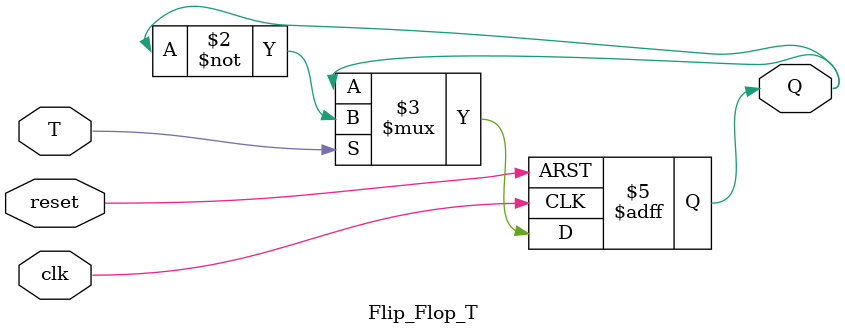
<source format=v>
module Flip_Flop_T(
    input wire clk,      // Sinal de clock
    input wire reset,    // Sinal de reset assíncrono
    input wire T,        // Sinal de controle T
    output reg Q         // Saída do flip-flop
);

always @(posedge clk or posedge reset) begin
    if (reset) begin
        Q <= 0;          // Reset assíncrono
    end else if (T) begin
        Q <= ~Q;         // Toggle quando T é alto
    end
end

endmodule 
</source>
